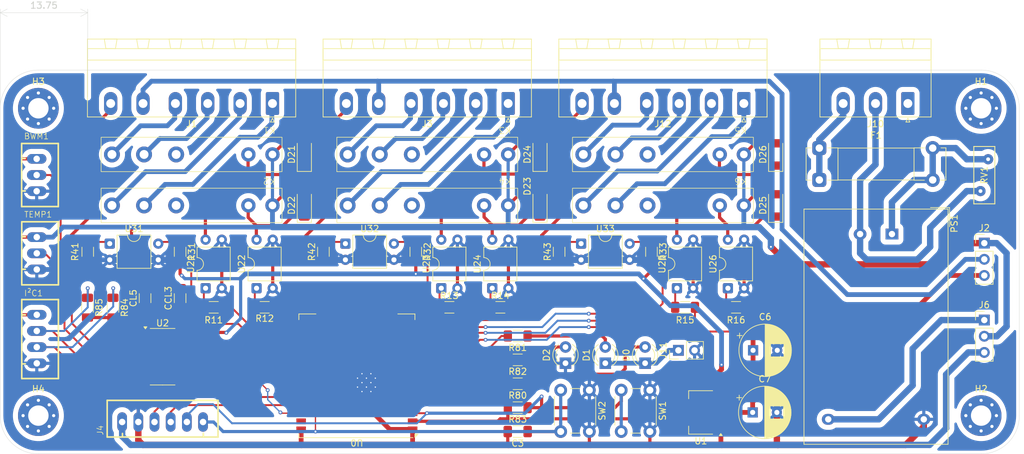
<source format=kicad_pcb>
(kicad_pcb (version 20241229) (generator "pcbnew") (generator_version "9.0")
  (layers (0 "F.Cu" signal) (2 "B.Cu" signal) (13 "F.Paste" user) (15 "B.Paste" user) (5 "F.SilkS" user "F.Silkscreen") (7 "B.SilkS" user "B.Silkscreen") (1 "F.Mask" user) (3 "B.Mask" user) (25 "Edge.Cuts" user))
  (net 0 "")
  (net 1 "Net-(D0-A)")
  (net 2 "Net-(D1-A)")
  (net 3 "Net-(D2-A)")
  (net 4 "/Rollo1/NO_DOWN")
  (net 5 "/Rollo1/COM_DOWN")
  (net 6 "/Rollo1/NO_UP")
  (net 7 "/Rollo1/COM_UP")
  (net 8 "/Rollo2/NO_UP")
  (net 9 "/Rollo2/NO_DOWN")
  (net 10 "/Rollo2/COM_DOWN")
  (net 11 "/Rollo2/COM_UP")
  (net 12 "/Rollo3/COM_UP")
  (net 13 "/Rollo3/NO_DOWN")
  (net 14 "/Rollo3/COM_DOWN")
  (net 15 "/Rollo3/NO_UP")
  (net 16 "Net-(R11-Pad1)")
  (net 17 "/Rollo1_UP")
  (net 18 "Net-(R12-Pad1)")
  (net 19 "/Rollo1_DOWN")
  (net 20 "Net-(R13-Pad1)")
  (net 21 "/Rollo2_UP")
  (net 22 "/Rollo2_DOWN")
  (net 23 "/Rollo3_UP")
  (net 24 "/Rollo3_DOWN")
  (net 25 "/Rollo1_END")
  (net 26 "/Rollo2_END")
  (net 27 "/Rollo3_END")
  (net 28 "Net-(R41-Pad2)")
  (net 33 "/ESP_RX0")
  (net 38 "/WiFi_State")
  (net 40 "/ESP_TX0")
  (net 41 "/Error")
  (net 47 "/SCL")
  (net 48 "/SDA")
  (net 49 "GND")
  (net 50 "+3V3")
  (net 51 "/S1")
  (net 52 "/S2")
  (net 53 "/ESP_EN")
  (net 54 "/BOOT")
  (net 55 "/Rollo2/Switch2/A2")
  (net 56 "/Rollo2/Switch1/A2")
  (net 57 "/Rollo3/Switch2/A2")
  (net 58 "/Rollo3/Switch1/A2")
  (net 59 "/Rollo1/Switch1/A2")
  (net 60 "/Rollo1/Switch2/A2")
  (net 61 "Net-(R14-Pad1)")
  (net 62 "Net-(R15-Pad1)")
  (net 63 "Net-(R16-Pad1)")
  (net 64 "Net-(R42-Pad2)")
  (net 65 "Net-(R43-Pad2)")
  (net 66 "VBUS")
  (net 67 "Earth")
  (net 68 "/Sensoric/BWM")
  (net 69 "/PSU/5V_Netz")
  (net 70 "/PSU/L_Fused")
  (net 71 "+5V")
  (net 72 "/Sensoric/SCL")
  (net 73 "/Sensoric/SDA")
  (net 81 "LINE")
  (net 82 "NEUT")
  (net 83 "/Sensoric/TEMP")
  (net 84 "/LED_GND")
  (net 85 "/Rollo1/EndswitchIN")
  (net 86 "/V_END")
  (net 87 "/Rollo2/EndswitchIN")
  (net 88 "/Rollo3/EndswitchIN")
  (footprint "Connector_PinHeader_2.54mm:PinHeader_1x02_P2.54mm_Vertical" (layer "F.Cu") (at 169.975 106.75 90)
    (property "Reference" "J11")
    (property "Value" "Conn_01x02_Pin")
  )
  (footprint "Resistor_SMD:R_1206_3216Metric_Pad1.30x1.75mm_HandSolder" (layer "F.Cu") (at 134.025 100)
    (property "Reference" "R13")
    (property "Value" "R")
  )
  (footprint "Connector_PinHeader_2.54mm:PinHeader_1x03_P2.54mm_Vertical" (layer "F.Cu") (at 218 102)
    (property "Reference" "J6")
    (property "Value" "Conn_01x03_Pin")
  )
  (footprint "Package_DIP:DIP-4_W7.62mm" (layer "F.Cu") (at 177.75 97 90)
    (property "Reference" "U26")
    (property "Value" "LTV-817")
  )
  (footprint "Package_TO_SOT_SMD:SOT-223-3_TabPin2" (layer "F.Cu") (at 173.5 116.5 180)
    (property "Reference" "U1")
    (property "Value" "AMS1117-3.3")
  )
  (footprint "Connector_Phoenix_MSTB:PhoenixContact_MSTBA_2,5_3-G-5,08_1x03_P5.08mm_Horizontal" (layer "F.Cu") (at 206 68 180)
    (property "Reference" "J10")
    (property "Value" "Conn_01x03_Pin")
  )
  (footprint "relais:AZ6991-1C5-DE" (layer "F.Cu") (at 180.25 84 180)
    (property "Reference" "K6")
    (property "Value" "Relay_SPDT")
  )
  (footprint "JST:JST-XH-06-PACKAGE-LONG-PAD" (layer "F.Cu") (at 89 118)
    (property "Reference" "J4")
    (property "Value" "Conn_01x06_Pin" (hide yes))
  )
  (footprint "Resistor_SMD:R_1206_3216Metric_Pad1.30x1.75mm_HandSolder" (layer "F.Cu") (at 144.75 115.75 180)
    (property "Reference" "R83")
    (property "Value" "10kR")
  )
  (footprint "LED_THT:LED_D3.0mm" (layer "F.Cu") (at 164.75 108.77 90)
    (property "Reference" "D0")
    (property "Value" "LED")
  )
  (footprint "MountingHole:MountingHole_3.2mm_M3_Pad_Via" (layer "F.Cu") (at 69.5 68.75)
    (property "Reference" "H3")
    (property "Value" "MountingHole_Pad_MP" (hide yes))
  )
  (footprint "Resistor_SMD:R_1206_3216Metric_Pad1.30x1.75mm_HandSolder" (layer "F.Cu") (at 179.025 100)
    (property "Reference" "R16")
    (property "Value" "R")
  )
  (footprint "RF_Module:ESP32-WROOM-32UE" (layer "F.Cu") (at 119.5 110.75 180)
    (property "Reference" "U0")
    (property "Value" "ESP32-WROOM-32UE")
  )
  (footprint "LED_THT:LED_D3.0mm" (layer "F.Cu") (at 152.25 108.77 90)
    (property "Reference" "D2")
    (property "Value" "LED")
  )
  (footprint "Connector_Phoenix_MSTB:PhoenixContact_MSTBA_2,5_6-G-5,08_1x06_P5.08mm_Horizontal" (layer "F.Cu") (at 106.25 68 180)
    (property "Reference" "J1")
    (property "Value" "Conn_01x06_Pin")
  )
  (footprint "Resistor_SMD:R_1206_3216Metric_Pad1.30x1.75mm_HandSolder" (layer "F.Cu") (at 144.75 104.5 180)
    (property "Reference" "R81")
    (property "Value" "R")
  )
  (footprint "Varistor:RV_Disc_D9mm_W3.3mm_P5mm" (layer "F.Cu") (at 218.6 76.75 -90)
    (property "Reference" "RV1")
    (property "Value" "Varistor")
  )
  (footprint "Package_DIP:DIP-4_W7.62mm" (layer "F.Cu") (at 80.7 90)
    (property "Reference" "U31")
    (property "Value" "LTV-817")
  )
  (footprint "Resistor_SMD:R_1206_3216Metric_Pad1.30x1.75mm_HandSolder" (layer "F.Cu") (at 114.25 91.28 90)
    (property "Reference" "R42")
    (property "Value" "R")
  )
  (footprint "JST:JST-XH-04-PACKAGE-LONG-PAD" (layer "F.Cu") (at 69.25 104.98 -90)
    (property "Reference" "I²C1")
    (property "Value" "Conn_01x04_Pin" (hide yes))
  )
  (footprint "Button_Switch_THT:SW_PUSH_6mm_H13mm" (layer "F.Cu") (at 156 113 -90)
    (property "Reference" "SW2")
    (property "Value" "SW_Push")
  )
  (footprint "JST:JST-XH-03-PACKAGE-LONG-PAD" (layer "F.Cu") (at 69.25 91.52 -90)
    (property "Reference" "TEMP1")
    (property "Value" "Conn_01x03_Pin" (hide yes))
  )
  (footprint "relais:AZ6991-1C5-DE" (layer "F.Cu") (at 180.25 76 180)
    (property "Reference" "K5")
    (property "Value" "Relay_SPDT")
  )
  (footprint "relais:AZ6991-1C5-DE" (layer "F.Cu") (at 106.25 76 180)
    (property "Reference" "K1")
    (property "Value" "Relay_SPDT")
  )
  (footprint "Resistor_SMD:R_1206_3216Metric_Pad1.30x1.75mm_HandSolder" (layer "F.Cu") (at 165.75 91.28 -90)
    (property "Reference" "R33")
    (property "Value" "10kR")
  )
  (footprint "LED_THT:LED_D3.0mm" (layer "F.Cu") (at 158.5 108.77 90)
    (property "Reference" "D1")
    (property "Value" "LED")
  )
  (footprint "Connector_Phoenix_MSTB:PhoenixContact_MSTBA_2,5_6-G-5,08_1x06_P5.08mm_Horizontal" (layer "F.Cu") (at 180.25 68 180)
    (property "Reference" "J12")
    (property "Value" "Conn_01x06_Pin")
  )
  (footprint "Package_DIP:DIP-4_W7.62mm" (layer "F.Cu") (at 95.75 97 90)
    (property "Reference" "U21")
    (property "Value" "LTV-817")
  )
  (footprint "Resistor_SMD:R_1206_3216Metric_Pad1.30x1.75mm_HandSolder" (layer "F.Cu") (at 142.025 100)
    (property "Reference" "R14")
    (property "Value" "R")
  )
  (footprint "Package_DIP:DIP-4_W7.62mm" (layer "F.Cu") (at 154.7 90)
    (property "Reference" "U33")
    (property "Value" "LTV-817")
  )
  (footprint "Resistor_SMD:R_1206_3216Metric_Pad1.30x1.75mm_HandSolder" (layer "F.Cu") (at 144.75 108.25 180)
    (property "Reference" "R82")
    (property "Value" "R")
  )
  (footprint "MountingHole:MountingHole_3.2mm_M3_Pad_Via" (layer "F.Cu") (at 69.5 117)
    (property "Reference" "H4")
    (property "Value" "MountingHole_Pad_MP" (hide yes))
  )
  (footprint "Resistor_SMD:R_1206_3216Metric_Pad1.30x1.75mm_HandSolder" (layer "F.Cu") (at 97.025 100)
    (property "Reference" "R11")
    (property "Value" "R")
  )
  (footprint "Resistor_SMD:R_1206_3216Metric_Pad1.30x1.75mm_HandSolder" (layer "F.Cu") (at 151.25 91.28 90)
    (property "Reference" "R43")
    (property "Value" "R")
  )
  (footprint "Resistor_SMD:R_1206_3216Metric_Pad1.30x1.75mm_HandSolder" (layer "F.Cu") (at 171.025 100)
    (property "Reference" "R15")
    (property "Value" "R")
  )
  (footprint "Package_DIP:DIP-4_W7.62mm" (layer "F.Cu") (at 140.75 97 90)
    (property "Reference" "U24")
    (property "Value" "LTV-817")
  )
  (footprint "Diode_SMD:D_MiniMELF" (layer "F.Cu") (at 185.25 84 90)
    (property "Reference" "D25")
    (property "Value" "D")
  )
  (footprint "Package_DIP:DIP-4_W7.62mm" (layer "F.Cu") (at 169.75 97 90)
    (property "Reference" "U25")
    (property "Value" "LTV-817")
  )
  (footprint "relais:AZ6991-1C5-DE" (layer "F.Cu") (at 143.25 84 180)
    (property "Reference" "K4")
    (property "Value" "Relay_SPDT")
  )
  (footprint "relais:AZ6991-1C5-DE" (layer "F.Cu") (at 143.25 76 180)
    (property "Reference" "K3")
    (property "Value" "Relay_SPDT")
  )
  (footprint "relais:AZ6991-1C5-DE" (layer "F.Cu") (at 106.25 84 180)
    (property "Reference" "K2")
    (property "Value" "Relay_SPDT")
  )
  (footprint "Resistor_SMD:R_1206_3216Metric_Pad1.30x1.75mm_HandSolder" (layer "F.Cu") (at 77.25 91.28 90)
    (property "Reference" "R41")
    (property "Value" "R")
  )
  (footprint "Diode_SMD:D_MiniMELF" (layer "F.Cu") (at 111.25 76 90)
    (property "Reference" "D21")
    (property "Value" "D")
  )
  (footprint "Resistor_SMD:R_1206_3216Metric_Pad1.30x1.75mm_HandSolder" (layer "F.Cu") (at 105.025 100)
    (property "Reference" "R12")
    (property "Value" "R")
  )
  (footprint "Resistor_SMD:R_1206_3216Metric_Pad1.30x1.75mm_HandSolder" (layer "F.Cu") (at 77.20822 100.05 -90)
    (property "Reference" "R85")
    (property "Value" "10kR")
  )
  (footprint "Connector_PinHeader_2.54mm:PinHeader_1x03_P2.54mm_Vertical" (layer "F.Cu") (at 218 89.92)
    (property "Reference" "J2")
    (property "Value" "Conn_01x03_Pin" (hide yes))
  )
  (footprint "MountingHole:MountingHole_3.2mm_M3_Pad_Via" (layer "F.Cu") (at 217.5 117)
    (property "Reference" "H2")
    (property "Value" "MountingHole_Pad_MP" (hide yes))
  )
  (footprint "Diode_SMD:D_MiniMELF" (layer "F.Cu") (at 148.25 76 90)
    (property "Reference" "D24")
    (property "Value" "D")
  )
  (footprint "Diode_SMD:D_MiniMELF" (layer "F.Cu") (at 111.25 84 90)
    (property "Reference" "D22")
    (property "Value" "D")
  )
  (footprint "Package_DIP:DIP-4_W7.62mm" (layer "F.Cu") (at 103.75 97 90)
    (property "Reference" "U22")
    (property "Value" "LTV-817")
  )
  (footprint "Capacitor_THT:CP_Radial_D8.0mm_P3.80mm" (layer "F.Cu") (at 181.635242 116.5)
    (property "Reference" "C7")
    (property "Value" "10µF")
  )
  (footprint "Resistor_SMD:R_1206_3216Metric_Pad1.30x1.75mm_HandSolder" (layer "F.Cu") (at 91.75 91.28 -90)
    (property "Reference" "R31")
    (property "Value" "10kR")
  )
  (footprint "Capacitor_SMD:C_1206_3216Metric_Pad1.33x1.80mm_HandSolder" (layer "F.Cu") (at 86.25 98.5625 90)
    (property "Reference" "CL5")
    (property "Value" "?F")
  )
  (footprint "Resistor_SMD:R_1206_3216Metric_Pad1.30x1.75mm_HandSolder" (layer "F.Cu") (at 81.20822 100.05 -90)
    (property "Reference" "R84")
    (property "Value" "10kR")
  )
  (footprint "Resistor_SMD:R_1206_3216Metric_Pad1.30x1.75mm_HandSolder" (layer "F.Cu") (at 144.75 112 180)
    (property "Reference" "R80")
    (property "Value" "R")
  )
  (footprint "Fuse:Fuseholder_Clip-5x20mm_Bel_FC-203-22_Lateral_P17.80x5.00mm_D1.17mm_Horizontal" (layer "F.Cu") (at 192.1 75)
    (property "Reference" "F1")
    (property "Value" "Fuse")
  )
  (footprint "Capacitor_SMD:C_1206_3216Metric_Pad1.33x1.80mm_HandSolder" (layer "F.Cu") (at 144.75 119.5 180)
    (property "Reference" "C3")
    (property "Value" "100nF")
  )
  (footprint "Capacitor_THT:CP_Radial_D8.0mm_P3.80mm" (layer "F.Cu") (at 181.697349 106.75)
    (property "Reference" "C6")
    (property "Value" "10µF")
  )
  (footprint "Converter_ACDC:Converter_ACDC_Hi-Link_HLK-PMxx" (layer "F.Cu") (at 203.5 88.5 -90)
    (property "Reference" "PS1")
    (property "Value" "HLK-PM01")
  )
  (footprint "Diode_SMD:D_MiniMELF" (layer "F.Cu") (at 148.25 84 90)
    (property "Reference" "D23")
    (property "Value" "D")
  )
  (footprint "Button_Switch_THT:SW_PUSH_6mm_H13mm" (layer "F.Cu") (at 165.5 113 -90)
    (property "Reference" "SW1")
    (property "Value" "SW_Push")
  )
  (footprint "JST:JST-XH-03-PACKAGE-LONG-PAD" (layer "F.Cu") (at 69.2325 79.23 -90)
    (property "Reference" "BWM1")
    (property "Value" "Conn_01x03_Pin" (hide yes))
  )
  (footprint "Package_DIP:DIP-4_W7.62mm" (layer "F.Cu") (at 117.7 90)
    (property "Reference" "U32")
    (property "Value" "LTV-817")
  )
  (footprint "MountingHole:MountingHole_3.2mm_M3_Pad_Via" (layer "F.Cu") (at 217.5 68.75)
    (property "Reference" "H1")
    (property "Value" "MountingHole_Pad_MP" (hide yes))
  )
  (footprint "Resistor_SMD:R_1206_3216Metric_Pad1.30x1.75mm_HandSolder" (layer "F.Cu") (at 128.75 91.28 -90)
    (property "Reference" "R32")
    (property "Value" "10kR")
  )
  (footprint "Capacitor_SMD:C_1206_3216Metric_Pad1.33x1.80mm_HandSolder" (layer "F.Cu") (at 91.75 98.5625 90)
    (property "Reference" "CCL3")
    (property "Value" "?F")
  )
  (footprint "Connector_Phoenix_MSTB:PhoenixContact_MSTBA_2,5_6-G-5,08_1x06_P5.08mm_Horizontal" (layer "F.Cu") (at 143.25 68 180)
    (property "Reference" "J3")
    (property "Value" "Conn_01x06_Pin")
  )
  (footprint "Diode_SMD:D_MiniMELF" (layer "F.Cu") (at 185.25 76 90)
    (property "Reference" "D26")
    (property "Value" "D")
  )
  (footprint "Package_DIP:DIP-4_W7.62mm" (layer "F.Cu") (at 132.75 97 90)
    (property "Reference" "U23")
    (property "Value" "LTV-817")
  )
  (footprint "Package_SO:SOIC-14_3.9x8.7mm_P1.27mm" (layer "F.Cu") (at 89 107.75)
    (property "Reference" "U2")
    (property "Value" "TXB0104D")
  )
  (gr_arc (start 217.5 62.75) (mid 221.742641 64.507359) (end 223.5 68.75) (stroke (width 0.05)) (layer "Edge.Cuts"))
  (gr_line (start 69.500001 122.999998) (end 217.499999 122.999998) (stroke (width 0.05)) (layer "Edge.Cuts"))
  (gr_arc (start 63.500001 68.750001) (mid 65.25736 64.50736) (end 69.500001 62.750001) (stroke (width 0.05)) (layer "Edge.Cuts"))
  (gr_arc (start 223.499999 116.999999) (mid 221.74264 121.24264) (end 217.499999 122.999999) (stroke (width 0.05)) (layer "Edge.Cuts"))
  (gr_line (start 63.500002 68.750001) (end 63.5 117) (stroke (width 0.05)) (layer "Edge.Cuts"))
  (gr_line (start 223.499999 116.999999) (end 223.5 68.75) (stroke (width 0.05)) (layer "Edge.Cuts"))
  (gr_arc (start 69.500001 122.999999) (mid 65.25736 121.24264) (end 63.500001 116.999999) (stroke (width 0.05)) (layer "Edge.Cuts"))
  (gr_line (start 217.5 62.75) (end 69.500001 62.750001) (stroke (width 0.05)) (layer "Edge.Cuts"))
  (dimension (type orthogonal) (layer "Edge.Cuts") (pts (xy 77.25 67.5) (xy 63.500001 68.750001)) (height -13.75) (orientation 0) (format (prefix "") (suffix "") (units 3) (units_format 0) (precision 4) (suppress_zeroes yes)) (style (thickness 0.05) (arrow_length 1.27) (text_position_mode 0) (arrow_direction outward) (extension_height 0.58642) (extension_offset 0.5) (keep_text_aligned yes)) (gr_text "13,75" (at 70.375 52.6 0) (layer "Edge.Cuts") (effects (font (size 1 1) (thickness 0.15)))))
  (segment (start 161.625 109.625) (end 160.75 110.5) (width 0.5) (layer "F.Cu") (net 1))
  (segment (start 146.3 112) (end 148.25 112) (width 0.5) (layer "F.Cu") (net 1))
  (segment (start 149.75 110.5) (end 160.75 110.5) (width 0.5) (layer "F.Cu") (net 1))
  (segment (start 161.625 107.125) (end 161.625 109.625) (width 0.5) (layer "F.Cu") (net 1))
  (segment (start 148.25 112) (end 149.75 110.5) (width 0.5) (layer "F.Cu") (net 1))
  (segment (start 162.52 106.23) (end 164.75 106.23) (width 0.5) (layer "F.Cu") (net 1))
  (segment (start 161.625 107.125) (end 162.52 106.23) (width 0.5) (layer "F.Cu") (net 1))
  (segment (start 158.01605 104.5) (end 158.5 104.98395) (width 0.5) (layer "F.Cu") (net 2))
  (segment (start 158.5 104.98395) (end 158.5 106.23) (width 0.5) (layer "F.Cu") (net 2))
  (segment (start 146.3 104.5) (end 158.01605 104.5) (width 0.5) (layer "F.Cu") (net 2))
  (segment (start 146.3 108.25) (end 148.75 108.25) (width 0.5) (layer "F.Cu") (net 3))
  (segment (start 150.77 106.23) (end 152.25 106.23) (width 0.5) (layer "F.Cu") (net 3))
  (segment (start 148.75 108.25) (end 150.77 106.23) (width 0.5) (layer "F.Cu") (net 3))
  (segment (start 101.07 68.1) (end 101.07 70.18) (width 0.75) (layer "B.Cu") (net 4))
  (segment (start 86.35 78.7) (end 80.95 84.1) (width 0.75) (layer "B.Cu") (net 4))
  (segment (start 101.07 70.18) (end 92.55 78.7) (width 0.75) (layer "B.Cu") (net 4))
  (segment (start 92.55 78.7) (end 86.35 78.7) (width 0.75) (layer "B.Cu") (net 4))
  (segment (start 106.15 71.1) (end 106.15 68.1) (width 0.75) (layer "B.Cu") (net 5))
  (segment (start 93.75 80.7) (end 101.15 73.3) (width 0.75) (layer "B.Cu") (net 5))
  (segment (start 101.15 73.3) (end 103.95 73.3) (width 0.75) (layer "B.Cu") (net 5))
  (segment (start 89.39 80.7) (end 93.75 80.7) (width 0.75) (layer "B.Cu") (net 5))
  (segment (start 85.99 84.1) (end 89.39 80.7) (width 0.75) (layer "B.Cu") (net 5))
  (segment (start 103.95 73.3) (end 106.15 71.1) (width 0.75) (layer "B.Cu") (net 5))
  (segment (start 85.55 71.5) (end 89.75 71.5) (width 0.75) (layer "B.Cu") (net 6))
  (segment (start 89.75 71.5) (end 90.91 70.34) (width 0.75) (layer "B.Cu") (net 6))
  (segment (start 80.95 76.1) (end 85.55 71.5) (width 0.75) (layer "B.Cu") (net 6))
  (segment (start 90.91 70.34) (end 90.91 68.1) (width 0.75) (layer "B.Cu") (net 6))
  (segment (start 92.75 73.5) (end 95.99 70.26) (width 0.75) (layer "B.Cu") (net 7))
  (segment (start 95.99 70.26) (end 95.99 68.1) (width 0.75) (layer "B.Cu") (net 7))
  (segment (start 85.99 76.1) (end 88.59 73.5) (width 0.75) (layer "B.Cu") (net 7))
  (segment (start 88.59 73.5) (end 92.75 73.5) (width 0.75) (layer "B.Cu") (net 7))
  (segment (start 117.95 76.1) (end 122.55 71.5) (width 0.75) (layer "B.Cu") (net 8))
  (segment (start 127.91 70.34) (end 127.91 68.1) (width 0.75) (layer "B.Cu") (net 8))
  (segment (start 126.75 71.5) (end 127.91 70.34) (width 0.75) (layer "B.Cu") (net 8))
  (segment (start 122.55 71.5) (end 126.75 71.5) (width 0.75) (layer "B.Cu") (net 8))
  (segment (start 138.07 68.1) (end 138.07 70.18) (width 0.75) (layer "B.Cu") (net 9))
  (segment (start 123.35 78.7) (end 117.95 84.1) (width 0.75) (layer "B.Cu") (net 9))
  (segment (start 138.07 70.18) (end 129.55 78.7) (width 0.75) (layer "B.Cu") (net 9))
  (segment (start 129.55 78.7) (end 123.35 78.7) (width 0.75) (layer "B.Cu") (net 9))
  (segment (start 130.75 80.7) (end 138.15 73.3) (width 0.75) (layer "B.Cu") (net 10))
  (segment (start 138.15 73.3) (end 140.95 73.3) (width 0.75) (layer "B.Cu") (net 10))
  (segment (start 140.95 73.3) (end 143.15 71.1) (width 0.75) (layer "B.Cu") (net 10))
  (segment (start 143.15 71.1) (end 143.15 68.1) (width 0.75) (layer "B.Cu") (net 10))
  (segment (start 122.99 84.1) (end 126.39 80.7) (width 0.75) (layer "B.Cu") (net 10))
  (segment (start 126.39 80.7) (end 130.75 80.7) (width 0.75) (layer "B.Cu") (net 10))
  (segment (start 125.59 73.5) (end 129.75 73.5) (width 0.75) (layer "B.Cu") (net 11))
  (segment (start 132.99 70.26) (end 132.99 68.1) (width 0.75) (layer "B.Cu") (net 11))
  (segment (start 122.99 76.1) (end 125.59 73.5) (width 0.75) (layer "B.Cu") (net 11))
  (segment (start 129.75 73.5) (end 132.99 70.26) (width 0.75) (layer "B.Cu") (net 11))
  (segment (start 162.69 73.4) (end 166.85 73.4) (width 0.75) (layer "B.Cu") (net 12))
  (segment (start 166.85 73.4) (end 170.09 70.16) (width 0.75) (layer "B.Cu") (net 12))
  (segment (start 160.09 76) (end 162.69 73.4) (width 0.75) (layer "B.Cu") (net 12))
  (segment (start 170.09 70.16) (end 170.09 68) (width 0.75) (layer "B.Cu") (net 12))
  (segment (start 175.17 70.08) (end 166.65 78.6) (width 0.75) (layer "B.Cu") (net 13))
  (segment (start 160.45 78.6) (end 155.05 84) (width 0.75) (layer "B.Cu") (net 13))
  (segment (start 175.17 68) (end 175.17 70.08) (width 0.75) (layer "B.Cu") (net 13))
  (segment (start 166.65 78.6) (end 160.45 78.6) (width 0.75) (layer "B.Cu") (net 13))
  (segment (start 180.25 71) (end 180.25 68) (width 0.75) (layer "B.Cu") (net 14))
  (segment (start 178.05 73.2) (end 180.25 71) (width 0.75) (layer "B.Cu") (net 14))
  (segment (start 160.09 84) (end 163.49 80.6) (width 0.75) (layer "B.Cu") (net 14))
  (segment (start 163.49 80.6) (end 167.85 80.6) (width 0.75) (layer "B.Cu") (net 14))
  (segment (start 175.25 73.2) (end 178.05 73.2) (width 0.75) (layer "B.Cu") (net 14))
  (segment (start 167.85 80.6) (end 175.25 73.2) (width 0.75) (layer "B.Cu") (net 14))
  (segment (start 159.65 71.4) (end 163.85 71.4) (width 0.75) (layer "B.Cu") (net 15))
  (segment (start 155.05 76) (end 159.65 71.4) (width 0.75) (layer "B.Cu") (net 15))
  (segment (start 163.85 71.4) (end 165.01 70.24) (width 0.75) (layer "B.Cu") (net 15))
  (segment (start 165.01 70.24) (end 165.01 68) (width 0.75) (layer "B.Cu") (net 15))
  (segment (start 95.475 100) (end 95.475 97.275) (width 0.3) (layer "F.Cu") (net 16))
  (segment (start 95.475 97.275) (end 95.75 97) (width 0.3) (layer "F.Cu") (net 16))
  (segment (start 98.575 100) (end 99.8 100) (width 0.3) (layer "F.Cu") (net 17))
  (segment (start 99.8 100) (end 102.2 102.4) (width 0.3) (layer "F.Cu") (net 17))
  (segment (start 109.17 103.92) (end 110.75 103.92) (width 0.3) (layer "F.Cu") (net 17))
  (segment (start 107.65 102.4) (end 109.17 103.92) (width 0.3) (layer "F.Cu") (net 17))
  (segment (start 102.2 102.4) (end 107.65 102.4) (width 0.3) (layer "F.Cu") (net 17))
  (segment (start 103.475 100) (end 103.475 97.275) (width 0.3) (layer "F.Cu") (net 18))
  (segment (start 103.475 97.275) (end 103.75 97) (width 0.3) (layer "F.Cu") (net 18))
  (segment (start 106.575 100) (end 109 100) (width 0.3) (layer "F.Cu") (net 19))
  (segment (start 109 100) (end 110 99) (width 0.3) (layer "F.Cu") (net 19))
  (segment (start 110 99) (end 126.45 99) (width 0.3) (layer "F.Cu") (net 19))
  (segment (start 128.25 100.8) (end 128.25 102.65) (width 0.3) (layer "F.Cu") (net 19))
  (segment (start 126.45 99) (end 128.25 100.8) (width 0.3) (layer "F.Cu") (net 19))
  (segment (start 132.475 97.275) (end 132.475 100) (width 0.3) (layer "F.Cu") (net 20))
  (segment (start 132.75 97) (end 132.475 97.275) (width 0.3) (layer "F.Cu") (net 20))
  (segment (start 132.54 105.19) (end 135.575 102.155) (width 0.3) (layer "F.Cu") (net 21))
  (segment (start 135.575 100) (end 135.575 102.155) (width 0.3) (layer "F.Cu") (net 21))
  (segment (start 128.25 105.19) (end 132.54 105.19) (width 0.3) (layer "F.Cu") (net 21))
  (segment (start 143 102) (end 143.575 101.425) (width 0.3) (layer "F.Cu") (net 22))
  (segment (start 137.4 102) (end 132.94 106.46) (width 0.3) (layer "F.Cu") (net 22))
  (segment (start 143.575 101.425) (end 143.575 100) (width 0.3) (layer "F.Cu") (net 22))
  (segment (start 137.4 102) (end 143 102) (width 0.3) (layer "F.Cu") (net 22))
  (segment (start 132.94 106.46) (end 128.25 106.46) (width 0.3) (layer "F.Cu") (net 22))
  (segment (start 139.7 104) (end 138.4 104) (width 0.3) (layer "F.Cu") (net 23))
  (segment (start 171.7 102.7) (end 160.1 102.7) (width 0.3) (layer "F.Cu") (net 23))
  (segment (start 133.4 109) (end 128.25 109) (width 0.3) (layer "F.Cu") (net 23))
  (segment (start 172.575 100) (end 172.575 101.825) (width 0.3) (layer "F.Cu") (net 23))
  (segment (start 160.1 102.7) (end 159.6 102.2) (width 0.3) (layer "F.Cu") (net 23))
  (segment (start 159.5 102.1) (end 155.9 102.1) (width 0.3) (layer "F.Cu") (net 23))
  (segment (start 159.6 102.2) (end 159.5 102.1) (width 0.3) (layer "F.Cu") (net 23))
  (segment (start 172.575 101.825) (end 171.7 102.7) (width 0.3) (layer "F.Cu") (net 23))
  (segment (start 138.4 104) (end 133.4 109) (width 0.3) (layer "F.Cu") (net 23))
  (via (at 155.9 102.1) (size 0.6) (drill 0.3) (layers "F.Cu" "B.Cu") (net 23))
  (via (at 139.7 104) (size 0.6) (drill 0.3) (layers "F.Cu" "B.Cu") (net 23))
  (segment (start 149.1 104) (end 151 102.1) (width 0.3) (layer "B.Cu") (net 23))
  (segment (start 139.7 104) (end 149.1 104) (width 0.3) (layer "B.Cu") (net 23))
  (segment (start 151 102.1) (end 155.9 102.1) (width 0.3) (layer "B.Cu") (net 23))
  (segment (start 133.63 110.27) (end 128.25 110.27) (width 0.3) (layer "F.Cu") (net 24))
  (segment (start 138.8 105.1) (end 133.63 110.27) (width 0.3) (layer "F.Cu") (net 24))
  (segment (start 180.575 102.225) (end 179 103.8) (width 0.3) (layer "F.Cu") (net 24))
  (segment (start 139.7 105.1) (end 138.8 105.1) (width 0.3) (layer "F.Cu") (net 24))
  (segment (start 180.575 100) (end 180.575 102.225) (width 0.3) (layer "F.Cu") (net 24))
  (segment (start 158.9 103.1) (end 155.9 103.1) (width 0.3) (layer "F.Cu") (net 24))
  (segment (start 159.6 103.8) (end 159 103.2) (width 0.3) (layer "F.Cu") (net 24))
  (segment (start 179 103.8) (end 159.6 103.8) (width 0.3) (layer "F.Cu") (net 24))
  (segment (start 159 103.2) (end 158.9 103.1) (width 0.3) (layer "F.Cu") (net 24))
  (via (at 139.7 105.1) (size 0.6) (drill 0.3) (layers "F.Cu" "B.Cu") (net 24))
  (via (at 155.9 103.1) (size 0.6) (drill 0.3) (layers "F.Cu" "B.Cu") (net 24))
  (segment (start 149.3 105.1) (end 151.3 103.1) (width 0.3) (layer "B.Cu") (net 24))
  (segment (start 151.3 103.1) (end 155.9 103.1) (width 0.3) (layer "B.Cu") (net 24))
  (segment (start 139.7 105.1) (end 149.3 105.1) (width 0.3) (layer "B.Cu") (net 24))
  (segment (start 91.75 89.73) (end 92.93 89.73) (width 0.3) (layer "F.Cu") (net 25))
  (segment (start 100.9 102.6) (end 101.6 103.3) (width 0.3) (layer "F.Cu") (net 25))
  (segment (start 94.6 102.6) (end 100.9 102.6) (width 0.3) (layer "F.Cu") (net 25))
  (segment (start 93.5 101.5) (end 94.6 102.6) (width 0.3) (layer "F.Cu") (net 25))
  (segment (start 93.5 90.3) (end 93.5 101.5) (width 0.3) (layer "F.Cu") (net 25))
  (segment (start 92.93 89.73) (end 93.5 90.3) (width 0.3) (layer "F.Cu") (net 25))
  (segment (start 101.6 103.3) (end 107.3 103.3) (width 0.3) (layer "F.Cu") (net 25))
  (segment (start 107.3 103.3) (end 109.19 105.19) (width 0.3) (layer "F.Cu") (net 25))
  (segment (start 88.32 90) (end 88.59 89.73) (width 0.3) (layer "F.Cu") (net 25))
  (segment (start 109.19 105.19) (end 110.75 105.19) (width 0.3) (layer "F.Cu") (net 25))
  (segment (start 88.59 89.73) (end 91.75 89.73) (width 0.3) (layer "F.Cu") (net 25))
  (segment (start 128.75 89.73) (end 125.59 89.73) (width 0.3) (layer "F.Cu") (net 26))
  (segment (start 130.6 90.4) (end 130.6 102.9) (width 0.3) (layer "F.Cu") (net 26))
  (segment (start 129.58 103.92) (end 128.25 103.92) (width 0.3) (layer "F.Cu") (net 26))
  (segment (start 130.6 102.9) (end 129.58 103.92) (width 0.3) (layer "F.Cu") (net 26))
  (segment (start 129.93 89.73) (end 130.6 90.4) (width 0.3) (layer "F.Cu") (net 26))
  (segment (start 125.59 89.73) (end 125.32 90) (width 0.3) (layer "F.Cu") (net 26))
  (segment (start 128.75 89.73) (end 129.93 89.73) (width 0.3) (layer "F.Cu") (net 26))
  (segment (start 137.97 103.1) (end 139.7 103.1) (width 0.3) (layer "F.Cu") (net 27))
  (segment (start 162.32 90) (end 162.59 89.73) (width 0.3) (layer "F.Cu") (net 27))
  (segment (start 167.13 89.73) (end 167.5 90.1) (width 0.3) (layer "F.Cu") (net 27))
  (segment (start 165.75 89.73) (end 167.13 89.73) (width 0.3) (layer "F.Cu") (net 27))
  (segment (start 167.5 90.1) (end 167.5 99.4) (width 0.3) (layer "F.Cu") (net 27))
  (segment (start 167.5 99.4) (end 165.9 101) (width 0.3) (layer "F.Cu") (net 27))
  (segment (start 133.34 107.73) (end 137.97 103.1) (width 0.3) (layer "F.Cu") (net 27))
  (segment (start 162.59 89.73) (end 165.75 89.73) (width 0.3) (layer "F.Cu") (net 27))
  (segment (start 128.25 107.73) (end 133.34 107.73) (width 0.3) (layer "F.Cu") (net 27))
  (segment (start 165.9 101) (end 155.9 101) (width 0.3) (layer "F.Cu") (net 27))
  (via (at 155.9 101) (size 0.6) (drill 0.3) (layers "F.Cu" "B.Cu") (net 27))
  (via (at 139.7 103.1) (size 0.6) (drill 0.3) (layers "F.Cu" "B.Cu") (net 27))
  (segment (start 139.7 103.1) (end 148.6 103.1) (width 0.3) (layer "B.Cu") (net 27))
  (segment (start 148.6 103.1) (end 150.7 101) (width 0.3) (layer "B.Cu") (net 27))
  (segment (start 150.7 101) (end 155.9 101) (width 0.3) (layer "B.Cu") (net 27))
  (segment (start 80.43 89.73) (end 80.7 90) (width 0.3) (layer "F.Cu") (net 28))
  (segment (start 77.25 89.73) (end 80.43 89.73) (width 0.3) (layer "F.Cu") (net 28))
  (segment (start 87.73 116.37) (end 87.73 118) (width 0.3) (layer "F.Cu") (net 33))
  (segment (start 110.75 114.08) (end 90.02 114.08) (width 0.3) (layer "F.Cu") (net 33))
  (segment (start 90.02 114.08) (end 87.73 116.37) (width 0.3) (layer "F.Cu") (net 33))
  (segment (start 135.16 111.54) (end 142.2 104.5) (width 0.3) (layer "F.Cu") (net 38))
  (segment (start 142.2 104.5) (end 143.2 104.5) (width 0.3) (layer "F.Cu") (net 38))
  (segment (start 128.25 111.54) (end 135.16 111.54) (width 0.3) (layer "F.Cu") (net 38))
  (segment (start 91.35 115.35) (end 90.27 116.43) (width 0.3) (layer "F.Cu") (net 40))
  (segment (start 90.27 116.43) (end 90.27 118) (width 0.3) (layer "F.Cu") (net 40))
  (segment (start 110.75 115.35) (end 91.35 115.35) (width 0.3) (layer "F.Cu") (net 40))
  (segment (start 136.99 112.81) (end 128.25 112.81) (width 0.3) (layer "F.Cu") (net 41))
  (segment (start 141.55 108.25) (end 136.99 112.81) (width 0.3) (layer "F.Cu") (net 41))
  (segment (start 143.2 108.25) (end 141.55 108.25) (width 0.3) (layer "F.Cu") (net 41))
  (segment (start 101.52 109.02) (end 91.475 109.02) (width 0.2) (layer "F.Cu") (net 47))
  (segment (start 107.62 116.62) (end 107.5 116.5) (width 0.2) (layer "F.Cu") (net 47))
  (segment (start 110.75 116.62) (end 107.62 116.62) (width 0.2) (layer "F.Cu") (net 47))
  (segment (start 105.5 113) (end 101.52 109.02) (width 0.2) (layer "F.Cu") (net 47))
  (via (at 105.5 113) (size 0.6) (drill 0.3) (layers "F.Cu" "B.Cu") (net 47))
  (via (at 107.5 116.5) (size 0.6) (drill 0.3) (layers "F.Cu" "B.Cu") (net 47))
  (segment (start 107.5 116.5) (end 105.5 114.5) (width 0.2) (layer "B.Cu") (net 47))
  (segment (start 105.5 114.5) (end 105.5 113) (width 0.2) (layer "B.Cu") (net 47))
  (segment (start 91.475 107.75) (end 102.5 107.75) (width 0.2) (layer "F.Cu") (net 48))
  (segment (start 102.5 107.75) (end 107.56 112.81) (width 0.2) (layer "F.Cu") (net 48))
  (segment (start 107.56 112.81) (end 110.75 112.81) (width 0.2) (layer "F.Cu") (net 48))
  (segment (start 143.29 89.38) (end 143.29 97) (width 0.5) (layer "F.Cu") (net 49))
  (segment (start 172.29 89.38) (end 172.29 97) (width 0.5) (layer "F.Cu") (net 49))
  (segment (start 89 111.2) (end 88.64 111.56) (width 0.5) (layer "F.Cu") (net 49))
  (segment (start 85.19 112.11) (end 85.19 118) (width 0.5) (layer "F.Cu") (net 49))
  (segment (start 205.65 121.6) (end 185.6 121.6) (width 1) (layer "F.Cu") (net 49))
  (segment (start 143.1875 119.5) (end 143.1875 121.4875) (width 0.5) (layer "F.Cu") (net 49))
  (segment (start 125.215 101.4) (end 125.215 107.605) (width 0.3) (layer "F.Cu") (net 49))
  (segment (start 135.29 89.38) (end 135.29 97) (width 0.5) (layer "F.Cu") (net 49))
  (segment (start 208.5 118.75) (end 205.65 121.6) (width 1) (layer "F.Cu") (net 49))
  (segment (start 110.75 121.55) (end 110.8 121.6) (width 0.75) (layer "F.Cu") (net 49))
  (segment (start 106.29 89.38) (end 106.29 97) (width 0.5) (layer "F.Cu") (net 49))
  (segment (start 122.4 113.22) (end 122.4 116.9) (width 0.75) (layer "F.Cu") (net 49))
  (segment (start 122.4 116.9) (end 124.66 119.16) (width 0.75) (layer "F.Cu") (net 49))
  (segment (start 180.29 89.38) (end 180.29 97) (width 0.5) (layer "F.Cu") (net 49))
  (segment (start 125.215 107.605) (end 122.4 110.42) (width 0.3) (layer "F.Cu") (net 49))
  (segment (start 156.2 121.6) (end 143.3 121.6) (width 1) (layer "F.Cu") (net 49))
  (segment (start 165.5 121.6) (end 156.2 121.6) (width 1) (layer "F.Cu") (net 49))
  (segment (start 208.5 117.58) (end 208.5 118.75) (width 1) (layer "F.Cu") (net 49))
  (segment (start 98.29 89.38) (end 98.29 97) (width 0.5) (layer "F.Cu") (net 49))
  (segment (start 89 97) (end 91.75 97) (width 0.5) (layer "F.Cu") (net 49))
  (segment (start 86.25 97) (end 89 97) (width 0.5) (layer "F.Cu") (net 49))
  (segment (start 143.3 121.6) (end 128.3 121.6) (width 1) (layer "F.Cu") (net 49))
  (segment (start 110.8 121.6) (end 85.9 121.6) (width 1) (layer "F.Cu") (net 49))
  (segment (start 156 121.4) (end 156.2 121.6) (width 0.5) (layer "F.Cu") (net 49))
  (segment (start 143.1875 121.4875) (end 143.3 121.6) (width 0.5) (layer "F.Cu") (net 49))
  (segment (start 176.65 121.45) (end 176.8 121.6) (width 0.75) (layer "F.Cu") (net 49))
  (segment (start 85.74 111.56) (end 85.19 112.11) (width 0.5) (layer "F.Cu") (net 49))
  (segment (start 128.25 119.16) (end 128.25 121.55) (width 0.75) (layer "F.Cu") (net 49))
  (segment (start 128.25 121.55) (end 128.3 121.6) (width 0.75) (layer "F.Cu") (net 49))
  (segment (start 124.66 119.16) (end 128.25 119.16) (width 0.75) (layer "F.Cu") (net 49))
  (segment (start 176.8 121.6) (end 165.5 121.6) (width 1) (layer "F.Cu") (net 49))
  (segment (start 165.5 119.5) (end 165.5 121.6) (width 0.5) (layer "F.Cu") (net 49))
  (segment (start 156 119.5) (end 156 121.4) (width 0.5) (layer "F.Cu") (net 49))
  (segment (start 110.75 119.16) (end 110.75 121.55) (width 0.75) (layer "F.Cu") (net 49))
  (segment (start 85.19 120.89) (end 85.19 118) (width 1) (layer "F.Cu") (net 49))
  (segment (start 86.525 111.56) (end 85.74 111.56) (width 0.5) (layer "F.Cu") (net 49))
  (segment (start 88.64 111.56) (end 86.525 111.56) (width 0.5) (layer "F.Cu") (net 49))
  (segment (start 185.6 121.6) (end 176.8 121.6) (width 1) (layer "F.Cu") (net 49))
  (segment (start 185.435242 116.5) (end 185.435242 121.435242) (width 1) (layer "F.Cu") (net 49))
  (segment (start 185.435242 121.435242) (end 185.6 121.6) (width 1) (layer "F.Cu") (net 49))
  (segment (start 176.65 118.8) (end 176.65 121.45) (width 0.75) (layer "F.Cu") (net 49))
  (segment (start 128.3 121.6) (end 110.8 121.6) (width 1) (layer "F.Cu") (net 49))
  (segment (start 89 97) (end 89 111.2) (width 0.5) (layer "F.Cu") (net 49))
  (segment (start 85.9 121.6) (end 85.19 120.89) (width 1) (layer "F.Cu") (net 49))
  (segment (start 65.06 94.06) (end 65 94) (width 0.5) (layer "B.Cu") (net 49))
  (segment (start 106.3 92.54) (end 98.3 92.54) (width 1) (layer "B.Cu") (net 49))
  (segment (start 172.29 92.54) (end 162.32 92.54) (width 1) (layer "B.Cu") (net 49))
  (segment (start 172.29 89.38) (end 172.29 92.54) (width 0.5) (layer "B.Cu") (net 49))
  (segment (start 185.435242 112) (end 185.435242 106.812107) (width 1) (layer "B.Cu") (net 49))
  (segment (start 156 111) (end 156 113) (width 0.5) (layer "B.Cu") (net 49))
  (segment (start 185.435242 116.5) (end 185.435242 112) (width 1) (layer "B.Cu") (net 49))
  (segment (start 156 113) (end 156 119.5) (width 0.5) (layer "B.Cu") (net 49))
  (segment (start 184.06 92.56) (end 180.29 92.56) (width 1) (layer "B.Cu") (net 49))
  (segment (start 162.32 92.54) (end 154.7 92.54) (width 1) (layer "B.Cu") (net 49))
  (segment (start 65 94) (end 65 107.25) (width 0.5) (layer "B.Cu") (net 49))
  (segment (start 185.497349 93.997349) (end 184.06 92.56) (width 1) (layer "B.Cu") (net 49))
  (segment (start 125.33 92.55) (end 125.32 92.54) (width 1) (layer "B.Cu") (net 49))
  (segment (start 135.29 92.55) (end 125.33 92.55) (width 1) (layer "B.Cu") (net 49))
  (segment (start 180.29 89.38) (end 180.29 92.56) (width 0.5) (layer "B.Cu") (net 49))
  (segment (start 153.77 108.77) (end 156 111) (width 0.5) (layer "B.Cu") (net 49))
  (segment (start 77.36 92.54) (end 75.84 94.06) (width 0.75) (layer "B.Cu") (net 49))
  (segment (start 69.2325 81.77) (end 66.23 81.77) (width 0.5) (layer "B.Cu") (net 49))
  (segment (start 65 83) (end 65 94) (width 0.5) (layer "B.Cu") (net 49))
  (segment (start 165.5 113) (end 165.5 111) (width 0.5) (layer "B.Cu") (net 49))
  (segment (start 185.435242 106.812107) (end 185.497349 106.75) (width 1) (layer "B.Cu") (net 49))
  (segment (start 125.32 92.54) (end 117.7 92.54) (width 1) (layer "B.Cu") (net 49))
  (segment (start 180.29 92.56) (end 172.31 92.56) (width 1) (layer "B.Cu") (net 49))
  (segment (start 172.515 106.75) (end 172.515 110.185) (width 0.5) (layer "B.Cu") (net 49))
  (segment (start 98.3 92.54) (end 88.32 92.54) (width 1) (layer "B.Cu") (net 49))
  (segment (start 98.29 89.38) (end 98.29 92.55) (width 0.5) (layer "B.Cu") (net 49))
  (segment (start 69.25 94.06) (end 65.06 94.06) (width 0.5) (layer "B.Cu") (net 49))
  (segment (start 172.515 110.185) (end 171.7 111) (width 0.5) (layer "B.Cu") (net 49))
  (segment (start 106.29 89.38) (end 106.29 92.53) (width 0.5) (layer "B.Cu") (net 49))
  (segment (start 98.28 92.54) (end 98.29 92.55) (width 0.5) (layer "B.Cu") (net 49))
  (segment (start 152.25 108.77) (end 153.77 108.77) (width 0.5) (layer "B.Cu") (net 49))
  (segment (start 66.54 108.79) (end 69.25 108.79) (width 0.5) (layer "B.Cu") (net 49))
  (segment (start 172.31 92.56) (end 172.29 92.54) (width 1) (layer "B.Cu") (net 49))
  (segment (start 171.7 111) (end 165.5 111) (width 0.5) (layer "B.Cu") (net 49))
  (segment (start 75.84 94.06) (end 69.25 94.06) (width 0.75) (layer "B.Cu") (net 49))
  (segment (start 80.7 92.54) (end 77.36 92.54) (width 0.75) (layer "B.Cu") (net 49))
  (segment (start 156 111) (end 165.5 111) (width 0.5) (layer "B.Cu") (net 49))
  (segment (start 135.29 89.38) (end 135.29 92.55) (width 0.5) (layer "B.Cu") (net 49))
  (segment (start 165.5 119.5) (end 165.5 113) (width 0.5) (layer "B.Cu") (net 49))
  (segment (start 154.7 92.54) (end 143.29 92.54) (width 1) (layer "B.Cu") (net 49))
  (segment (start 66.23 81.77) (end 65 83) (width 0.5) (layer "B.Cu") (net 49))
  (segment (start 143.29 89.38) (end 143.29 92.54) (width 0.5) (layer "B.Cu") (net 49))
  (segment (start 185.497349 106.75) (end 185.497349 93.997349) (width 1) (layer "B.Cu") (net 49))
  (segment (start 88.32 92.54) (end 80.7 92.54) (width 1) (layer "B.Cu") (net 49))
  (segment (start 143.29 92.54) (end 135.3 92.54) (width 1) (layer "B.Cu") (net 49))
  (segment (start 135.3 92.54) (end 135.29 92.55) (width 1) (layer "B.Cu") (net 49))
  (segment (start 65 107.25) (end 66.54 108.79) (width 0.5) (layer "B.Cu") (net 49))
  (segment (start 117.7 92.54) (end 106.3 92.54) (width 1) (layer "B.Cu") (net 49))
  (segment (start 106.3 92.54) (end 106.29 92.53) (width 0.5) (layer "B.Cu") (net 49))
  (segment (start 98.3 92.54) (end 98.29 92.55) (width 0.5) (layer "B.Cu") (net 49))
  (segment (start 180.27 92.54) (end 180.29 92.56) (width 0.5) (layer "B.Cu") (net 49))
  (segment (start 91.475 100.4) (end 91.475 103.94) (width 0.5) (layer "F.Cu") (net 50))
  (segment (start 98.94 103.94) (end 99 104) (width 0.5) (layer "F.Cu") (net 50))
  (segment (start 143.25 117.5) (end 165.75 117.5) (width 0.5) (layer "F.Cu") (net 50))
  (segment (start 176.75 109.75) (end 174.2 112.3) (width 0.75) (layer "F.Cu") (net 50))
  (segment (start 142 117.5) (end 143.25 117.5) (width 0.5) (layer "F.Cu") (net 50))
  (segment (start 212.5 95) (end 218 95) (width 0.75) (layer "F.Cu") (net 50))
  (segment (start 176.65 116.5) (end 181.635242 116.5) (width 0.75) (layer "F.Cu") (net 50))
  (segment (start 171.6 112.3) (end 170.35 113.55) (width 0.75) (layer "F.Cu") (net 50))
  (segment (start 194.5 113) (end 212.5 95) (width 0.75) (layer "F.Cu") (net 50))
  (segment (start 141.61 117.89) (end 142 117.5) (width 0.5) (layer "F.Cu") (net 50))
  (segment (start 183.5 113) (end 194.5 113) (width 0.75) (layer "F.Cu") (net 50))
  (segment (start 165.75 117.5) (end 166.75 116.5) (width 0.5) (layer "F.Cu") (net 50))
  (segment (start 91.75 92.83) (end 91.75 94.75) (width 0.5) (layer "F.Cu") (net 50))
  (segment (start 176.75 109) (end 176.75 109.75) (width 0.75) (layer "F.Cu") (net 50))
  (segment (start 181.635242 116.5) (end 181.635242 114.864758) (width 0.75) (layer "F.Cu") (net 50))
  (segment (start 166.75 116.5) (end 170.35 116.5) (width 0.5) (layer "F.Cu") (net 50))
  (segment (start 174.2 112.3) (end 171.6 112.3) (width 0.75) (layer "F.Cu") (net 50))
  (segment (start 143.2 117.45) (end 143.25 117.5) (width 0.5) (layer "F.Cu") (net 50))
  (segment (start 91.75 100.125) (end 91.475 100.4) (width 0.5) (layer "F.Cu") (net 50))
  (segment (start 170.35 113.55) (end 170.35 116.5) (width 0.75) (layer "F.Cu") (net 50))
  (segment (start 91.475 103.94) (end 98.94 103.94) (width 0.5) (layer "F.Cu") (net 50))
  (segment (start 165.75 92.83) (end 165.75 94.25) (width 0.5) (layer "F.Cu") (net 50))
  (segment (start 128.25 117.89) (end 141.61 117.89) (width 0.5) (layer "F.Cu") (net 50))
  (segment (start 143.2 112) (end 143.2 115.75) (width 0.5) (layer "F.Cu") (net 50))
  (segment (start 143.2 115.75) (end 143.2 117.45) (width 0.5) (layer "F.Cu") (net 50))
  (segment (start 181.635242 114.864758) (end 183.5 113) (width 0.75) (layer "F.Cu") (net 50))
  (segment (start 91.75 94.75) (end 92 95) (width 0.5) (layer "F.Cu") (net 50))
  (segment (start 165.75 94.25) (end 164.5 95.5) (width 0.5) (layer "F.Cu") (net 50))
  (segment (start 176.65 116.5) (end 170.35 116.5) (width 0.75) (layer "F.Cu") (net 50))
  (segment (start 128.75 92.83) (end 128.75 94.75) (width 0.5) (layer "F.Cu") (net 50))
  (via (at 99 104) (size 0.6) (drill 0.3) (layers "F.Cu" "B.Cu") (net 50))
  (via (at 176.75 109) (size 0.6) (drill 0.3) (layers "F.Cu" "B.Cu") (net 50))
  (via (at 92 95) (size 0.6) (drill 0.3) (layers "F.Cu" "B.Cu") (net 50))
  (via (at 164.5 95.5) (size 0.6) (drill 0.3) (layers "F.Cu" "B.Cu") (net 50))
  (via (at 128.75 94.75) (size 0.6) (drill 0.3) (layers "F.Cu" "B.Cu") (net 50))
  (segment (start 176.75 104) (end 176.75 109) (width 0.75) (layer "B.Cu") (net 50))
  (segment (start 128.75 94.75) (end 102 94.75) (width 0.75) (layer "B.Cu") (net 50))
  (segment (start 163.75 94.75) (end 164.5 95.5) (width 0.75) (layer "B.Cu") (net 50))
  (segment (start 101.25 101.75) (end 101.25 95.5) (width 0.5) (layer "B.Cu") (net 50))
  (segment (start 92 95) (end 92.5 95.5) (width 0.5) (layer "B.Cu") (net 50))
  (segment (start 168.75 99.75) (end 172.5 99.75) (width 0.75) (layer "B.Cu") (net 50))
  (segment (start 172.5 99.75) (end 176.75 104) (width 0.75) (layer "B.Cu") (net 50))
  (segment (start 92.5 95.5) (end 101.25 95.5) (width 0.5) (layer "B.Cu") (net 50))
  (segment (start 99 104) (end 101.25 101.75) (width 0.5) (layer "B.Cu") (net 50))
  (segment (start 102 94.75) (end 101.25 95.5) (width 0.75) (layer "B.Cu") (net 50))
  (segment (start 128.75 94.75) (end 163.75 94.75) (width 0.75) (layer "B.Cu") (net 50))
  (segment (start 164.5 95.5) (end 168.75 99.75) (width 0.75) (layer "B.Cu") (net 50))
  (segment (start 103.48 106.48) (end 91.475 106.48) (width 0.2) (layer "F.Cu") (net 51))
  (segment (start 104.73 107.73) (end 103.48 106.48) (width 0.2) (layer "F.Cu") (net 51))
  (segment (start 110.75 107.73) (end 104.73 107.73) (width 0.2) (layer "F.Cu") (net 51))
  (segment (start 107.96 106.46) (end 106.71 105.21) (width 0.2) (layer "F.Cu") (net 52))
  (segment (start 106.71 105.21) (end 91.475 105.21) (width 0.2) (layer "F.Cu") (net 52))
  (segment (start 110.75 106.46) (end 107.96 106.46) (width 0.2) (layer "F.Cu") (net 52))
  (segment (start 128.25 116.62) (end 130.5 116.62) (width 0.3) (layer "F.Cu") (net 53))
  (segment (start 148.5 115.75) (end 160 115.75) (width 0.5) (layer "F.Cu") (net 53))
  (segment (start 146.3 115.75) (end 148.5 115.75) (width 0.5) (layer "F.Cu") (net 53))
  (segment (start 161 114.75) (end 161 113) (width 0.5) (layer "F.Cu") (net 53))
  (segment (start 160 115.75) (end 161 114.75) (width 0.5) (layer "F.Cu") (net 53))
  (segment (start 148.5 115.75) (end 148.5 114) (width 0.5) (layer "F.Cu") (net 53))
  (via (at 148.5 114) (size 0.6) (drill 0.3) (layers "F.Cu" "B.Cu") (net 53))
  (via (at 130.5 116.62) (size 0.6) (drill 0.3) (layers "F.Cu" "B.Cu") (net 53))
  (segment (start 94.6 115.2) (end 96.9 115.2) (width 0.3) (layer "B.Cu") (net 53))
  (segment (start 145.88 116.62) (end 130.5 116.62) (width 0.5) (layer "B.Cu") (net 53))
  (segment (start 99.9 118.2) (end 128.92 118.2) (width 0.3) (layer "B.Cu") (net 53))
  (segment (start 148.5 114) (end 145.88 116.62) (width 0.5) (layer "B.Cu") (net 53))
  (segment (start 161 119.5) (end 161 113) (width 0.5) (layer "B.Cu") (net 53))
  (segment (start 96.9 115.2) (end 99.9 118.2) (width 0.3) (layer "B.Cu") (net 53))
  (segment (start 128.92 118.2) (end 130.5 116.62) (width 0.3) (layer "B.Cu") (net 53))
  (segment (start 92.81 118) (end 92.81 116.99) (width 0.3) (layer "B.Cu") (net 53))
  (segment (start 92.81 116.99) (end 94.6 115.2) (width 0.3) (layer "B.Cu") (net 53))
  (segment (start 112.15 102.65) (end 113 103.5) (width 0.2) (layer "F.Cu") (net 54))
  (segment (start 113 103.5) (end 113 119.5) (width 0.2) (layer "F.Cu") (net 54))
  (segment (start 151.5 119.5) (end 146.3125 119.5) (width 0.5) (layer "F.Cu") (net 54))
  (segment (start 110.75 102.65) (end 112.15 102.65) (width 0.2) (layer "F.Cu") (net 54))
  (via (at 113 119.5) (size 0.6) (drill 0.3) (layers "F.Cu" "B.Cu") (net 54))
  (segment (start 113 119.5) (end 98.5 119.5) (width 0.5) (layer "B.Cu") (net 54))
  (segment (start 151.5 113) (end 151.5 119.5) (width 0.5) (layer "B.Cu") (net 54))
  (segment (start 97 118) (end 95.35 118) (width 0.5) (layer "B.Cu") (net 54))
  (segment (start 98.5 119.5) (end 97 118) (width 0.5) (layer "B.Cu") (net 54))
  (segment (start 151.5 119.5) (end 113 119.5) (width 0.5) (layer "B.Cu") (net 54))
  (segment (start 139.47 85.82) (end 139.47 84) (width 0.5) (layer "F.Cu") (net 55))
  (segment (start 146.3 85.75) (end 148.25 85.75) (width 0.5) (layer "F.Cu") (net 55))
  (segment (start 140.75 87.1) (end 144.95 87.1) (width 0.5) (layer "F.Cu") (net 55))
  (segment (start 144.95 87.1) (end 146.3 85.75) (width 0.5) (layer "F.Cu") (net 55))
  (segment (start 140.75 87.1) (end 140.75 89.38) (width 0.5) (layer "F.Cu") (net 55))
  (segment (start 140.75 87.1) (end 139.47 85.82) (width 0.5) (layer "F.Cu") (net 55))
  (segment (start 139.45 75.98) (end 139.45 79.08) (width 0.5) (layer "F.Cu") (net 56))
  (segment (start 139.42 79.08) (end 132.75 85.75) (width 0.5) (layer "F.Cu") (net 56))
  (segment (start 139.45 79.08) (end 139.42 79.08) (width 0.5) (layer "F.Cu") (net 56))
  (segment (start 146.28 77.73) (end 148.23 77.73) (width 0.5) (layer "F.Cu") (net 56))
  (segment (start 139.45 79.08) (end 144.93 79.08) (width 0.5) (layer "F.Cu") (net 56))
  (segment (start 132.75 85.75) (end 132.75 89.38) (width 0.5) (layer "F.Cu") (net 56))
  (segment (start 144.93 79.08) (end 146.28 77.73) (width 0.5) (layer "F.Cu") (net 56))
  (segment (start 177.72 87.17) (end 181.92 87.17) (width 0.5) (layer "F.Cu") (net 57))
  (segment (start 183.27 85.82) (end 185.22 85.82) (width 0.5) (layer "F.Cu") (net 57))
  (segment (start 177.72 87.17) (end 177.72 89.45) (width 0.5) (layer "F.Cu") (net 57))
  (segment (start 177.72 87.17) (end 176.44 85.89) (width 0.5) (layer "F.Cu") (net 57))
  (segment (start 181.92 87.17) (end 183.27 85.82) (width 0.5) (layer "F.Cu") (net 57))
  (segment (start 176.44 85.89) (end 176.44 84.07) (width 0.5) (layer "F.Cu") (net 57))
  (segment (start 181.9 79.15) (end 183.25 77.8) (width 0.5) (layer "F.Cu") (net 58))
  (segment (start 176.35 79.15) (end 169.72 85.78) (width 0.5) (layer "F.Cu") (net 58))
  (segment (start 183.25 77.8) (end 185.2 77.8) (width 0.5) (layer "F.Cu") (net 58))
  (segment (start 176.42 79.15) (end 181.9 79.15) (width 0.5) (layer "F.Cu") (net 58))
  (segment (start 176.42 76.05) (end 176.42 79.15) (width 0.5) (layer "F.Cu") (net 58))
  (segment (start 169.72 85.78) (end 169.72 89.45) (width 0.5) (layer "F.Cu") (net 58))
  (segment (start 176.42 79.15) (end 176.35 79.15) (width 0.5) (layer "F.Cu") (net 58))
  (segment (start 95.72 85.78) (end 95.72 89.45) (width 0.5) (layer "F.Cu") (net 59))
  (segment (start 102.42 79.15) (end 107.9 79.15) (width 0.5) (layer "F.Cu") (net 59))
  (segment (start 107.9 79.15) (end 109.25 77.8) (width 0.5) (layer "F.Cu") (net 59))
  (segment (start 102.42 76.05) (end 102.42 79.15) (width 0.5) (layer "F.Cu") (net 59))
  (segment (start 109.25 77.8) (end 111.2 77.8) (width 0.5) (layer "F.Cu") (net 59))
  (segment (start 102.42 79.15) (end 102.35 79.15) (width 0.5) (layer "F.Cu") (net 59))
  (segment (start 102.35 79.15) (end 95.72 85.78) (width 0.5) (layer "F.Cu") (net 59))
  (segment (start 103.72 87.17) (end 103.72 89.45) (width 0.5) (layer "F.Cu") (net 60))
  (segment (start 107.92 87.17) (end 109.27 85.82) (width 0.5) (layer "F.Cu") (net 60))
  (segment (start 103.72 87.17) (end 107.92 87.17) (width 0.5) (layer "F.Cu") (net 60))
  (segment (start 109.27 85.82) (end 111.22 85.82) (width 0.5) (layer "F.Cu") (net 60))
  (segment (start 102.44 85.89) (end 102.44 84.07) (width 0.5) (layer "F.Cu") (net 60))
  (segment (start 103.72 87.17) (end 102.44 85.89) (width 0.5) (layer "F.Cu") (net 60))
  (segment (start 140.475 97.275) (end 140.475 100) (width 0.3) (layer "F.Cu") (net 61))
  (segment (start 140.75 97) (end 140.475 97.275) (width 0.3) (layer "F.Cu") (net 61))
  (segment (start 169.475 97.275) (end 169.75 97) (width 0.3) (layer "F.Cu") (net 62))
  (segment (start 169.475 100) (end 169.475 97.275) (width 0.3) (layer "F.Cu") (net 62))
  (segment (start 177.475 100) (end 177.475 97.275) (width 0.3) (layer "F.Cu") (net 63))
  (segment (start 177.475 97.275) (end 177.75 97) (width 0.3) (layer "F.Cu") (net 63))
  (segment (start 114.25 89.73) (end 117.43 89.73) (width 0.3) (layer "F.Cu") (net 64))
  (segment (start 117.43 89.73) (end 117.7 90) (width 0.3) (layer "F.Cu") (net 64))
  (segment (start 154.7 90) (end 154.43 89.73) (width 0.3) (layer "F.Cu") (net 65))
  (segment (start 154.43 89.73) (end 151.25 89.73) (width 0.3) (layer "F.Cu") (net 65))
  (segment (start 212 119) (end 209.4 121.6) (width 1) (layer "B.Cu") (net 66))
  (segment (start 215.47 107.08) (end 212 110.55) (width 1) (layer "B.Cu") (net 66))
  (segment (start 218 107.08) (end 215.47 107.08) (width 1) (layer "B.Cu") (net 66))
  (segment (start 84 121.6) (end 82.65 120.25) (width 1) (layer "B.Cu") (net 66))
  (segment (start 209.4 121.6) (end 84 121.6) (width 1) (layer "B.Cu") (net 66))
  (segment (start 212 110.55) (end 212 119) (width 1) (layer "B.Cu") (net 66))
  (segment (start 82.65 120.25) (end 82.65 118) (width 1) (layer "B.Cu") (net 66))
  (segment (start 74.75 94.15) (end 73 92.4) (width 0.3) (layer "F.Cu") (net 68))
  (segment (start 86.525 105.21) (end 77.46 105.21) (width 0.3) (layer "F.Cu") (net 68))
  (segment (start 77.46 105.21) (end 74.75 102.5) (width 0.3) (layer "F.Cu") (net 68))
  (segment (start 73 80.83) (end 71.4 79.23) (width 0.3) (layer "F.Cu") (net 68))
  (segment (start 71.4 79.23) (end 69.2325 79.23) (width 0.3) (layer "F.Cu") (net 68))
  (segment (start 73 92.4) (end 73 80.83) (width 0.3) (layer "F.Cu") (net 68))
  (segment (start 74.75 102.5) (end 74.75 94.15) (width 0.3) (layer "F.Cu") (net 68))
  (segment (start 201.42 117.58) (end 206.75 112.25) (width 1) (layer "B.Cu") (net 69))
  (segment (start 206.75 106.5) (end 211.25 102) (width 1) (layer "B.Cu") (net 69))
  (segment (start 211.25 102) (end 218 102) (width 1) (layer "B.Cu") (net 69))
  (segment (start 193.5 117.58) (end 201.42 117.58) (width 1) (layer "B.Cu") (net 69))
  (segment (start 206.75 112.25) (end 206.75 106.5) (width 1) (layer "B.Cu") (net 69))
  (segment (start 209.9 75) (end 213.5 75) (width 1) (layer "B.Cu") (net 70))
  (segment (start 203.5 88.5) (end 203.5 83.5) (width 1) (layer "B.Cu") (net 70))
  (segment (start 213.5 75) (end 215.25 76.75) (width 1) (layer "B.Cu") (net 70))
  (segment (start 209.9 75) (end 209.9 80) (width 1) (layer "B.Cu") (net 70))
  (segment (start 215.25 76.75) (end 218.6 76.75) (width 1) (layer "B.Cu") (net 70))
  (segment (start 203.5 83.5) (end 207 80) (width 1) (layer "B.Cu") (net 70))
  (segment (start 207 80) (end 209.9 80) (width 1) (layer "B.Cu") (net 70))
  (segment (start 145 82.25) (end 148.25 82.25) (width 0.5) (layer "F.Cu") (net 71))
  (segment (start 213.08 89.92) (end 218 89.92) (width 1) (layer "F.Cu") (net 71))
  (segment (start 65.02 88.98) (end 65 89) (width 0.5) (layer "F.Cu") (net 71))
  (segment (start 69.2325 76.69) (end 66.56 76.69) (width 0.5) (layer "F.Cu") (net 71))
  (segment (start 181.697349 106.75) (end 181.697349 104.302651) (width 0.75) (layer "F.Cu") (net 71))
  (segment (start 108.05 74.2) (end 111.3 74.2) (width 0.5) (layer "F.Cu") (net 71))
  (segment (start 181.97 82.32) (end 185.22 82.32) (width 0.5) (layer "F.Cu") (net 71))
  (segment (start 143.25 76) (end 145 74.25) (width 0.5) (layer "F.Cu") (net 71))
  (segment (start 82.65 101.6) (end 84.125 100.125) (width 0.5) (layer "F.Cu") (net 71))
  (segment (start 180.3 75.95) (end 182.05 74.2) (width 0.5) (layer "F.Cu") (net 71))
  (segment (start 107.97 82.32) (end 111.22 82.32) (width 0.5) (layer "F.Cu") (net 71))
  (segment (start 77.20822 101.6) (end 81.20822 101.6) (width 0.5) (layer "F.Cu") (net 71))
  (segment (start 176.65 114.2) (end 178.8 114.2) (width 0.75) (layer "F.Cu") (net 71))
  (segment (start 106.3 75.95) (end 108.05 74.2) (width 0.5) (layer "F.Cu") (net 71))
  (segment (start 66.56 76.69) (end 65 78.25) (width 0.5) (layer "F.Cu") (net 71))
  (segment (start 187.25 93.25) (end 209.75 93.25) (width 1) (layer "F.Cu") (net 71))
  (segment (start 84.125 100.125) (end 86.25 100.125) (width 0.5) (layer "F.Cu") (net 71))
  (segment (start 106.22 84.07) (end 107.97 82.32) (width 0.5) (layer "F.Cu") (net 71))
  (segment (start 65 78.25) (end 65 89) (width 0.5) (layer "F.Cu") (net 71))
  (segment (start 143.25 84) (end 145 82.25) (width 0.5) (layer "F.Cu") (net 71))
  (segment (start 180.22 84.07) (end 181.97 82.32) (width 0.5) (layer "F.Cu") (net 71))
  (segment (start 209.75 93.25) (end 213.08 89.92) (width 1) (layer "F.Cu") (net 71))
  (segment (start 65 99.5) (end 66.67 101.17) (width 0.5) (layer "F.Cu") (net 71))
  (segment (start 182.05 74.2) (end 185.3 74.2) (width 0.5) (layer "F.Cu") (net 71))
  (segment (start 66.67 101.17) (end 69.25 101.17) (width 0.5) (layer "F.Cu") (net 71))
  (segment (start 181.697349 104.302651) (end 187.25 98.75) (width 0.75) (layer "F.Cu") (net 71))
  (segment (start 184.5 90.5) (end 187.25 93.25) (width 1) (layer "F.Cu") (net 71))
  (segment (start 65 89) (end 65 99.5) (width 0.5) (layer "F.Cu") (net 71))
  (segment (start 86.25 100.125) (end 86.525 100.4) (width 0.5) (layer "F.Cu") (net 71))
  (segment (start 84.125 100.125) (end 84.125 87.525) (width 0.5) (layer "F.Cu") (net 71))
  (segment (start 69.25 88.98) (end 65.02 88.98) (width 0.5) (layer "F.Cu") (net 71))
  (segment (start 86.525 100.4) (end 86.525 103.94) (width 0.5) (layer "F.Cu") (net 71))
  (segment (start 181.697349 111.302651) (end 181.697349 106.75) (width 0.75) (layer "F.Cu") (net 71))
  (segment (start 145 74.25) (end 148.25 74.25) (width 0.5) (layer "F.Cu") (net 71))
  (segment (start 178.8 114.2) (end 181.697349 111.302651) (width 0.75) (layer "F.Cu") (net 71))
  (segment (start 81.20822 101.6) (end 82.65 101.6) (width 0.5) (layer "F.Cu") (net 71))
  (segment (start 187.25 98.75) (end 187.25 93.25) (width 0.75) (layer "F.Cu") (net 71))
  (segment (start 84.125 87.525) (end 84 87.4) (width 0.5) (layer "F.Cu") (net 71))
  (via (at 84 87.4) (size 0.6) (drill 0.3) (layers "F.Cu" "B.Cu") (net 71))
  (via (at 184.5 90.5) (size 0.6) (drill 0.3) (layers "F.Cu" "B.Cu") (net 71))
  (segment (start 218 104.54) (end 219.96 104.54) (width 1) (layer "B.Cu") (net 71))
  (segment (start 106.25 84) (end 106.25 76) (width 0.5) (layer "B.Cu") (net 71))
  (segment (start 184.5 90.5) (end 184.5 89.25) (width 1) (layer "B.Cu") (net 71))
  (segment (start 184.5 89.25) (end 182.65 87.4) (width 1) (layer "B.Cu") (net 71))
  (segment (start 84 87.4) (end 73.35 87.4) (width 0.75) (layer "B.Cu") (net 71))
  (segment (start 180.25 87.4) (end 143.25 87.4) (width 1) (layer "B.Cu") (net 71))
  (segment (start 106.25 87.4) (end 84 87.4) (width 0.75) (layer "B.Cu") (net 71))
  (segment (start 221.5 91.5) (end 219.92 89.92) (width 1) (layer "B.Cu") (net 71))
  (segment (start 143.25 87.4) (end 106.25 87.4) (width 1) (layer "B.Cu") (net 71))
  (segment (start 143.25 84) (end 143.25 87.4) (width 0.75) (layer "B.Cu") (net 71))
  (segment (start 106.25 84) (end 106.25 87.4) (width 0.75) (layer "B.Cu") (net 71))
  (segment (start 219.96 104.54) (end 221.5 103) (width 1) (layer "B.Cu") (net 71))
  (segment (start 143.25 76) (end 143.25 84) (width 0.5) (layer "B.Cu") (net 71))
  (segment (start 182.65 87.4) (end 180.25 87.4) (width 1) (layer "B.Cu") (net 71))
  (segment (start 221.5 103) (end 221.5 91.5) (width 1) (layer "B.Cu") (net 71))
  (segment (start 180.25 84) (end 180.25 76) (width 0.5) (layer "B.Cu") (net 71))
  (segment (start 180.25 84) (end 180.25 87.4) (width 0.75) (layer "B.Cu") (net 71))
  (segment (start 219.92 89.92) (end 218 89.92) (width 1) (layer "B.Cu") (net 71))
  (segment (start 73.35 87.4) (end 71.77 88.98) (width 0.75) (layer "B.Cu") (net 71))
  (segment (start 71.77 88.98) (end 69.25 88.98) (width 0.75) (layer "B.Cu") (net 71))
  (segment (start 72 106.25) (end 74.77 109.02) (width 0.3) (layer "F.Cu") (net 72))
  (segment (start 74.77 109.02) (end 86.525 109.02) (width 0.3) (layer "F.Cu") (net 72))
  (segment (start 81.25 97) (end 81.25 98.45822) (width 0.3) (layer "F.Cu") (net 72))
  (segment (start 81.25 98.45822) (end 81.20822 98.5) (width 0.3) (layer "F.Cu") (net 72))
  (segment (start 69.25 106.25) (end 72 106.25) (width 0.3) (layer "F.Cu") (net 72))
  (via (at 81.25 97) (size 0.6) (drill 0.3) (layers "F.Cu" "B.Cu") (net 72))
  (segment (start 81.25 99.875) (end 74.875 106.25) (width 0.3) (layer "B.Cu") (net 72))
  (segment (start 74.875 106.25) (end 69.25 106.25) (width 0.3) (layer "B.Cu") (net 72))
  (segment (start 81.25 97) (end 81.25 99.875) (width 0.3) (layer "B.Cu") (net 72))
  (segment (start 77.25 97) (end 77.25 98.45822) (width 0.3) (layer "F.Cu") (net 73))
  (segment (start 86.525 107.75) (end 75.75 107.75) (width 0.3) (layer "F.Cu") (net 73))
  (segment (start 71.71 103.71) (end 69.25 103.71) (width 0.3) (layer "F.Cu") (net 73))
  (segment (start 75.75 107.75) (end 71.71 103.71) (width 0.3) (layer "F.Cu") (net 73))
  (segment (start 77.25 98.45822) (end 77.20822 98.5) (width 0.3) (layer "F.Cu") (net 73))
  (via (at 77.25 97) (size 0.6) (drill 0.3) (layers "F.Cu" "B.Cu") (net 73))
  (segment (start 73.54 103.71) (end 69.25 103.71) (width 0.3) (layer "B.Cu") (net 73))
  (segment (start 77.25 97) (end 77.25 100) (width 0.3) (layer "B.Cu") (net 73))
  (segment (start 77.25 100) (end 73.54 103.71) (width 0.3) (layer "B.Cu") (net 73))
  (segment (start 195.84 69.96) (end 195.84 68) (width 1) (layer "B.Cu") (net 81))
  (segment (start 192.1 75) (end 192.1 80) (width 1) (layer "B.Cu") (net 81))
  (segment (start 192.1 75) (end 192.1 73.7) (width 1) (layer "B.Cu") (net 81))
  (segment (start 192.1 73.7) (end 195.84 69.96) (width 1) (layer "B.Cu") (net 81))
  (segment (start 217.4 81.75) (end 215.25 81.75) (width 1) (layer "B.Cu") (net 82))
  (segment (start 209.5 90.5) (end 207.5 92.5) (width 1) (layer "B.Cu") (net 82))
  (segment (start 207.5 92.5) (end 199.5 92.5) (width 1) (layer "B.Cu") (net 82))
  (segment (start 209.5 87.5) (end 209.5 90.5) (width 1) (layer "B.Cu") (net 82))
  (segment (start 199.5 92.5) (end 198.5 91.5) (width 1) (layer "B.Cu") (net 82))
  (segment (start 198.5 80) (end 198.5 88.5) (width 1) (layer "B.Cu") (net 82))
  (segment (start 200.92 77.58) (end 198.5 80) (width 1) (layer "B.Cu") (net 82))
  (segment (start 215.25 81.75) (end 209.5 87.5) (width 1) (layer "B.Cu") (net 82))
  (segment (start 198.5 91.5) (end 198.5 88.5) (width 1) (layer "B.Cu") (net 82))
  (segment (start 200.92 68) (end 200.92 77.58) (width 1) (layer "B.Cu") (net 82))
  (segment (start 76.73 106.48) (end 86.525 106.48) (width 0.3) (layer "F.Cu") (net 83))
  (segment (start 73.6 94.6) (end 73.6 103.35) (width 0.3) (layer "F.Cu") (net 83))
  (segment (start 73.6 103.35) (end 76.73 106.48) (width 0.3) (layer "F.Cu") (net 83))
  (segment (start 70.52 91.52) (end 73.6 94.6) (width 0.3) (layer "F.Cu") (net 83))
  (segment (start 69.25 91.52) (end 70.52 91.52) (width 0.3) (layer "F.Cu") (net 83))
  (segment (start 164.75 108.77) (end 166.48 108.77) (width 0.75) (layer "B.Cu") (net 84))
  (segment (start 168.5 106.75) (end 169.975 106.75) (width 0.75) (layer "B.Cu") (net 84))
  (segment (start 166.48 108.77) (end 168.5 106.75) (width 0.75) (layer "B.Cu") (net 84))
  (segment (start 158.5 108.77) (end 164.75 108.77) (width 0.75) (layer "B.Cu") (net 84))
  (segment (start 80.8 69.05) (end 80.8 68.15) (width 0.5) (layer "F.Cu") (net 85))
  (segment (start 74.45 92.15) (end 74.45 88.9) (width 0.5) (layer "F.Cu") (net 85))
  (segment (start 74.45 88.9) (end 77.2 86.15) (width 0.5) (layer "F.Cu") (net 85))
  (segment (start 75.28 92.98) (end 74.45 92.15) (width 0.5) (layer "F.Cu") (net 85))
  (segment (start 77.2 72.65) (end 80.8 69.05) (width 0.5) (layer "F.Cu") (net 85))
  (segment (start 77.2 86.15) (end 77.2 72.65) (width 0.5) (layer "F.Cu") (net 85))
  (segment (start 77.2 92.98) (end 75.28 92.98) (width 0.5) (layer "F.Cu") (net 85))
  (segment (start 186.25 66.5) (end 184.25 64.5) (width 0.75) (layer "B.Cu") (net 86))
  (segment (start 85.93 68) (end 85.93 65.82) (width 0.75) (layer "B.Cu") (net 86))
  (segment (start 122.93 64.68) (end 122.75 64.5) (width 0.75) (layer "B.Cu") (net 86))
  (segment (start 196.5 98) (end 186.25 87.75) (width 0.75) (layer "B.Cu") (net 86))
  (segment (start 218 92.46) (end 215.04 92.46) (width 0.75) (layer "B.Cu") (net 86))
  (segment (start 122.75 64.5) (end 159.75 64.5) (width 0.75) (layer "B.Cu") (net 86))
  (segment (start 159.93 64.68) (end 159.75 64.5) (width 0.75) (layer "B.Cu") (net 86))
  (segment (start 184.25 64.5) (end 159.75 64.5) (width 0.75) (layer "B.Cu") (net 86))
  (segment (start 186.25 87.75) (end 186.25 66.5) (width 0.75) (layer "B.Cu") (net 86))
  (segment (start 209.5 98) (end 196.5 98) (width 0.75) (layer "B.Cu") (net 86))
  (segment (start 85.93 65.82) (end 87.25 64.5) (width 0.75) (layer "B.Cu") (net 86))
  (segment (start 122.93 68) (end 122.93 64.68) (width 0.75) (layer "B.Cu") (net 86))
  (segment (start 159.93 68) (end 159.93 64.68) (width 0.75) (layer "B.Cu") (net 86))
  (segment (start 215.04 92.46) (end 209.5 98) (width 0.75) (layer "B.Cu") (net 86))
  (segment (start 87.25 64.5) (end 122.75 64.5) (width 0.75) (layer "B.Cu") (net 86))
  (segment (start 114.25 86) (end 114.25 72.5) (width 0.5) (layer "F.Cu") (net 87))
  (segment (start 117.85 68.9) (end 117.85 68) (width 0.5) (layer "F.Cu") (net 87))
  (segment (start 114.25 92.83) (end 112.33 92.83) (width 0.5) (layer "F.Cu") (net 87))
  (segment (start 114.25 72.5) (end 117.85 68.9) (width 0.5) (layer "F.Cu") (net 87))
  (segment (start 111.5 88.75) (end 114.25 86) (width 0.5) (layer "F.Cu") (net 87))
  (segment (start 111.5 92) (end 111.5 88.75) (width 0.5) (layer "F.Cu") (net 87))
  (segment (start 112.33 92.83) (end 111.5 92) (width 0.5) (layer "F.Cu") (net 87))
  (segment (start 151.25 92.8) (end 149.33 92.8) (width 0.5) (layer "F.Cu") (net 88))
  (segment (start 149.33 92.8) (end 148.5 91.97) (width 0.5) (layer "F.Cu") (net 88))
  (segment (start 148.5 88.72) (end 151.25 85.97) (width 0.5) (layer "F.Cu") (net 88))
  (segment (start 151.25 72.47) (end 154.85 68.87) (width 0.5) (layer "F.Cu") (net 88))
  (segment (start 154.85 68.87) (end 154.85 67.97) (width 0.5) (layer "F.Cu") (net 88))
  (segment (start 151.25 85.97) (end 151.25 72.47) (width 0.5) (layer "F.Cu") (net 88))
  (segment (start 148.5 91.97) (end 148.5 88.72) (width 0.5) (layer "F.Cu") (net 88))
  (zone (net 49) (net_name "GND") (layer "B.Cu") (connect_pads thru_hole_only (clearance 0.8)) (min_thickness 0.4) (fill yes (thermal_gap 0.5) (thermal_bridge_width 0.5) (island_removal_mode 2) (island_area_min 10))
    (polygon (pts (xy 223.5 123) (xy 223.5 62.75) (xy 63.5 62.75) (xy 63.5 123)))
  )
)
</source>
